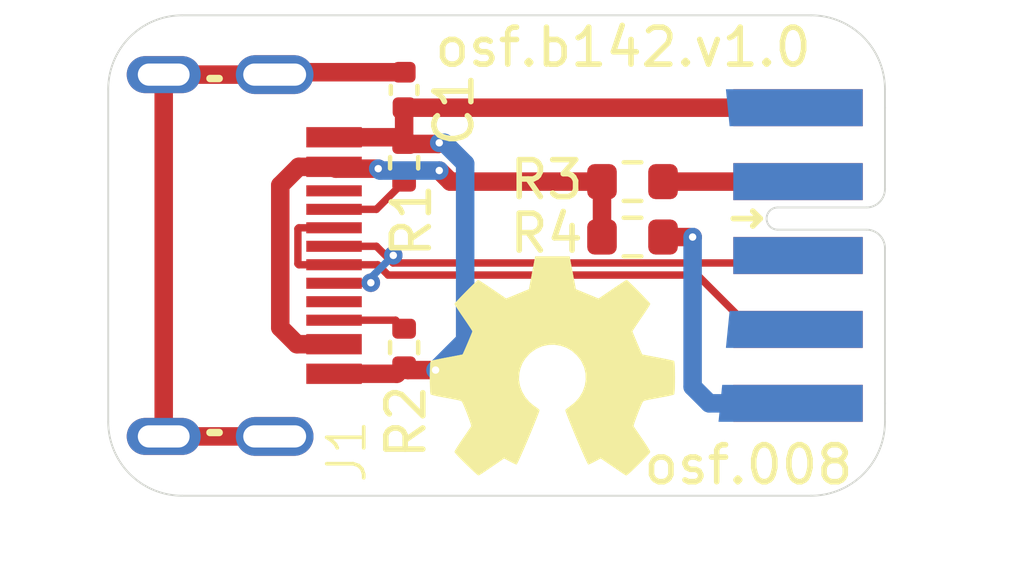
<source format=kicad_pcb>
(kicad_pcb (version 20241229) (generator "pcbnew") (generator_version "9.0")
  (layers (0 "F.Cu" signal) (2 "B.Cu" signal) (13 "F.Paste" user) (15 "B.Paste" user) (5 "F.SilkS" user "F.Silkscreen") (7 "B.SilkS" user "B.Silkscreen") (1 "F.Mask" user) (3 "B.Mask" user) (25 "Edge.Cuts" user))
  (net 0 "")
  (net 1 "Net-(C1-Pad1)")
  (net 2 "GND")
  (net 3 "/usb-c/VBUS")
  (net 4 "Net-(J1-CC1)")
  (net 5 "/usb-c/DP")
  (net 6 "/usb-c/DM")
  (net 8 "Net-(J1-CC2)")
  (net 10 "Net-(J2-VBUS)")
  (net 15 "Net-(J2-5V)")
  (footprint "Resistor_SMD:R_0603_1608Metric" (layer "F.Cu") (at 154.175 96)
    (property "Reference" "R4" (at -2.325 -0.1 0) (layer "F.SilkS"))
    (property "Value" "0R")
    (fp_line (start -0.237258 -0.5225) (end 0.237258 -0.5225) (stroke (width 0.12)) (layer "F.SilkS"))
    (fp_line (start -0.237258 0.5225) (end 0.237258 0.5225) (stroke (width 0.12)) (layer "F.SilkS"))
    (pad "1" smd roundrect (at -0.825 0) (size 0.8 0.95) (layers "F.Cu" "F.Mask" "F.Paste") (net 3 "/usb-c/VBUS"))
    (pad "2" smd roundrect (at 0.825 0) (size 0.8 0.95) (layers "F.Cu" "F.Mask" "F.Paste") (net 15 "Net-(J2-5V)"))
  )
  (footprint "Symbol:OSHW-Symbol_6.7x6mm_SilkScreen" (layer "F.Cu") (at 152 99.5)
    (property "Reference" "LOGO1" (hide yes))
    (property "Value" "Logo_Open_Hardware_Small" (hide yes))
    (fp_poly (pts (xy 0.555814 -2.531069) (xy 0.639635 -2.086445) (xy 0.94892 -1.958947) (xy 1.258206 -1.831449) (xy 1.629246 -2.083754) (xy 1.733157 -2.154004) (xy 1.827087 -2.216728) (xy 1.906652 -2.269062) (xy 1.96747 -2.308143) (xy 2.005157 -2.331107) (xy 2.015421 -2.336058) (xy 2.03391 -2.323324) (xy 2.07342 -2.288118) (xy 2.129522 -2.234938) (xy 2.197787 -2.168282) (xy 2.273786 -2.092646) (xy 2.353092 -2.012528) (xy 2.431275 -1.932426) (xy 2.503907 -1.856836) (xy 2.566559 -1.790255) (xy 2.614803 -1.737182) (xy 2.64421 -1.702113) (xy 2.651241 -1.690377) (xy 2.641123 -1.66874) (xy 2.612759 -1.621338) (xy 2.569129 -1.552807) (xy 2.513218 -1.467785) (xy 2.448006 -1.370907) (xy 2.410219 -1.31565) (xy 2.341343 -1.214752) (xy 2.28014 -1.123701) (xy 2.229578 -1.04703) (xy 2.192628 -0.989272) (xy 2.172258 -0.954957) (xy 2.169197 -0.947746) (xy 2.176136 -0.927252) (xy 2.195051 -0.879487) (xy 2.223087 -0.811168) (xy 2.257391 -0.729011) (xy 2.295109 -0.63973) (xy 2.333387 -0.550042) (xy 2.36937 -0.466662) (xy 2.400206 -0.396306) (xy 2.423039 -0.34569) (xy 2.435017 -0.321529) (xy 2.435724 -0.320578) (xy 2.454531 -0.315964) (xy 2.504618 -0.305672) (xy 2.580793 -0.290713) (xy 2.677865 -0.272099) (xy 2.790643 -0.250841) (xy 2.856442 -0.238582) (xy 2.97695 -0.215638) (xy 3.085797 -0.193805) (xy 3.177476 -0.174278) (xy 3.246481 -0.158252) (xy 3.287304 -0.146921) (xy 3.295511 -0.143326) (xy 3.303548 -0.118994) (xy 3.310033 -0.064041) (xy 3.31497 0.015108) (xy 3.318364 0.112026) (xy 3.320218 0.220287) (xy 3.320538 0.333465) (xy 3.319327 0.445135) (xy 3.31659 0.548868) (xy 3.312331 0.638241) (xy 3.306555 0.706826) (xy 3.299267 0.748197) (xy 3.294895 0.75681) (xy 3.268764 0.767133) (xy 3.213393 0.781892) (xy 3.136107 0.799352) (xy 3.04423 0.81778) (xy 3.012158 0.823741) (xy 2.857524 0.852066) (xy 2.735375 0.874876) (xy 2.641673 0.89308) (xy 2.572384 0.907583) (xy 2.523471 0.919292) (xy 2.490897 0.929115) (xy 2.470628 0.937956) (xy 2.458626 0.946724) (xy 2.456947 0.948457) (xy 2.440184 0.976371) (xy 2.414614 1.030695) (xy 2.382788 1.104777) (xy 2.34726 1.191965) (xy 2.310583 1.285608) (xy 2.275311 1.379052) (xy 2.243996 1.465647) (xy 2.219193 1.53874) (xy 2.203454 1.591678) (xy 2.199332 1.617811) (xy 2.199676 1.618726) (xy 2.213641 1.640086) (xy 2.245322 1.687084) (xy 2.291391 1.754827) (xy 2.348518 1.838423) (xy 2.413373 1.932982) (xy 2.431843 1.959854) (xy 2.497699 2.057275) (xy 2.55565 2.146163) (xy 2.602538 2.221412) (xy 2.635207 2.27792) (xy 2.6505 2.310581) (xy 2.651241 2.314593) (xy 2.638392 2.335684) (xy 2.602888 2.377464) (xy 2.549293 2.435445) (xy 2.482171 2.505135) (xy 2.406087 2.582045) (xy 2.325604 2.661683) (xy 2.245287 2.739561) (xy 2.169699 2.811186) (xy 2.103405 2.87207) (xy 2.050969 2.917721) (xy 2.016955 2.94365) (xy 2.007545 2.947883) (xy 1.985643 2.937912) (xy 1.9408 2.91102) (xy 1.880321 2.871736) (xy 1.833789 2.840117) (xy 1.749475 2.782098) (xy 1.649626 2.713784) (xy 1.549473 2.645579) (xy 1.495627 2.609075) (xy 1.313371 2.4858) (xy 1.160381 2.56852) (xy 1.090682 2.604759) (xy 1.031414 2.632926) (xy 0.991311 2.648991) (xy 0.981103 2.651226) (xy 0.968829 2.634722) (xy 0.944613 2.588082) (xy 0.910263 2.515609) (xy 0.867588 2.421606) (xy 0.818394 2.310374) (xy 0.76449 2.186215) (xy 0.707684 2.053432) (xy 0.649782 1.916327) (xy 0.592593 1.779202) (xy 0.537924 1.646358) (xy 0.487584 1.522098) (xy 0.44338 1.410725) (xy 0.407119 1.316539) (xy 0.380609 1.243844) (xy 0.365658 1.196941) (xy 0.363254 1.180833) (xy 0.382311 1.160286) (xy 0.424036 1.126933) (xy 0.479706 1.087702) (xy 0.484378 1.084599) (xy 0.628264 0.969423) (xy 0.744283 0.835053) (xy 0.83143 0.685784) (xy 0.888699 0.525913) (xy 0.915086 0.359737) (xy 0.909585 0.191552) (xy 0.87119 0.025655) (xy 0.798895 -0.133658) (xy 0.777626 -0.168513) (xy 0.666996 -0.309263) (xy 0.536302 -0.422286) (xy 0.390064 -0.506997) (xy 0.232808 -0.562806) (xy 0.069057 -0.589126) (xy -0.096667 -0.58537) (xy -0.259838 -0.55095) (xy -0.415935 -0.485277) (xy -0.560433 -0.387765) (xy -0.605131 -0.348187) (xy -0.718888 -0.224297) (xy -0.801782 -0.093876) (xy -0.858644 0.052315) (xy -0.890313 0.197088) (xy -0.898131 0.35986) (xy -0.872062 0.52344) (xy -0.814755 0.682298) (xy -0.728856 0.830906) (xy -0.617014 0.963735) (xy -0.481877 1.075256) (xy -0.464117 1.087011) (xy -0.40785 1.125508) (xy -0.365077 1.158863) (xy -0.344628 1.18016) (xy -0.344331 1.180833) (xy -0.348721 1.203871) (xy -0.366124 1.256157) (xy -0.394732 1.33339) (xy -0.432735 1.431268) (xy -0.478326 1.545491) (xy -0.529697 1.671758) (xy -0.585038 1.805767) (xy -0.642542 1.943218) (xy -0.700399 2.079808) (xy -0.756802 2.211237) (xy -0.809942 2.333205) (xy -0.85801 2.441409) (xy -0.899199 2.531549) (xy -0.931699 2.599323) (xy -0.953703 2.64043) (xy -0.962564 2.651226) (xy -0.98964 2.642819) (xy -1.040303 2.620272) (xy -1.105817 2.587613) (xy -1.141841 2.56852) (xy -1.294832 2.4858) (xy -1.477088 2.609075) (xy -1.570125 2.672228) (xy -1.671985 2.741727) (xy -1.767438 2.807165) (xy -1.81525 2.840117) (xy -1.882495 2.885273) (xy -1.939436 2.921057) (xy -1.978646 2.942938) (xy -1.991381 2.947563) (xy -2.009917 2.935085) (xy -2.050941 2.900252) (xy -2.110475 2.846678) (xy -2.184542 2.777983) (xy -2.269165 2.697781) (xy -2.322685 2.646286) (xy -2.416319 2.554286) (xy -2.497241 2.471999) (xy -2.562177 2.402945) (xy -2.607858 2.350644) (xy -2.631011 2.318616) (xy -2.633232 2.312116) (xy -2.622924 2.287394) (xy -2.594439 2.237405) (xy -2.550937 2.167212) (xy -2.495577 2.081875) (xy -2.43152 1.986456) (xy -2.413303 1.959854) (xy -2.346927 1.863167) (xy -2.287378 1.776117) (xy -2.237984 1.703595) (xy -2.202075 1.650493) (xy -2.182981 1.621703) (xy -2.181136 1.618726) (xy -2.183895 1.595782) (xy -2.198538 1.545336) (xy -2.222513 1.474041) (xy -2.253266 1.388547) (xy -2.288244 1.295507) (xy -2.324893 1.201574) (xy -2.360661 1.113399) (xy -2.392994 1.037634) (xy -2.419338 0.980931) (xy -2.437142 0.949943) (xy -2.438407 0.948457) (xy -2.449294 0.939601) (xy -2.467682 0.930843) (xy -2.497606 0.921277) (xy -2.543103 0.909996) (xy -2.608209 0.896093) (xy -2.696961 0.878663) (xy -2.813393 0.856798) (xy -2.961542 0.829591) (xy -2.993618 0.823741) (xy -3.088686 0.805374) (xy -3.171565 0.787405) (xy -3.23493 0.771569) (xy -3.271458 0.7596) (xy -3.276356 0.75681) (xy -3.284427 0.732072) (xy -3.290987 0.67679) (xy -3.296033 0.597389) (xy -3.299559 0.500296) (xy -3.301561 0.391938) (xy -3.302036 0.27874) (xy -3.300977 0.167128) (xy -3.298382 0.063529) (xy -3.294246 -0.025632) (xy -3.288563 -0.093928) (xy -3.281331 -0.134934) (xy -3.276971 -0.143326) (xy -3.252698 -0.151792) (xy -3.197426 -0.165565) (xy -3.116662 -0.18345) (xy -3.015912 -0.204252) (xy -2.900683 -0.226777) (xy -2.837902 -0.238582) (xy -2.718787 -0.260849) (xy -2.612565 -0.281021) (xy -2.524427 -0.298085) (xy -2.459566 -0.311031) (xy -2.423174 -0.318845) (xy -2.417184 -0.320578) (xy -2.407061 -0.34011) (xy -2.385662 -0.387157) (xy -2.355839 -0.454997) (xy -2.320445 -0.536909) (xy -2.282332 -0.626172) (xy -2.244353 -0.716065) (xy -2.20936 -0.799865) (xy -2.180206 -0.870853) (xy -2.159743 -0.922306) (xy -2.150823 -0.947503) (xy -2.150657 -0.948604) (xy -2.160769 -0.968481) (xy -2.189117 -1.014223) (xy -2.232723 -1.081283) (xy -2.288606 -1.165116) (xy -2.353787 -1.261174) (xy -2.391679 -1.31635) (xy -2.460725 -1.417519) (xy -2.52205 -1.50937) (xy -2.572663 -1.587256) (xy -2.609571 -1.646531) (xy -2.629782 -1.682549) (xy -2.632701 -1.690623) (xy -2.620153 -1.709416) (xy -2.585463 -1.749543) (xy -2.533063 -1.806507) (xy -2.467384 -1.875815) (xy -2.392856 -1.952969) (xy -2.313913 -2.033475) (xy -2.234983 -2.112837) (xy -2.1605 -2.18656) (xy -2.094894 -2.250148) (xy -2.042596 -2.299106) (xy -2.008039 -2.328939) (xy -1.996478 -2.336058) (xy -1.977654 -2.326047) (xy -1.932631 -2.297922) (xy -1.865787 -2.254546) (xy -1.781499 -2.198782) (xy -1.684144 -2.133494) (xy -1.610707 -2.083754) (xy -1.239667 -1.831449) (xy -0.621095 -2.086445) (xy -0.537275 -2.531069) (xy -0.453454 -2.975693) (xy 0.471994 -2.975693) (xy 0.555814 -2.531069)) (stroke (width 0.01)) (fill yes) (layer "F.SilkS"))
  )
  (footprint "Resistor_SMD:R_0402_1005Metric" (layer "F.Cu") (at 148 98.99 -90)
    (property "Reference" "R2" (at 2.01 -0.05 90) (layer "F.SilkS"))
    (property "Value" "5.1k")
    (fp_line (start -0.153641 0.38) (end 0.153641 0.38) (stroke (width 0.12)) (layer "F.SilkS"))
    (fp_line (start -0.153641 -0.38) (end 0.153641 -0.38) (stroke (width 0.12)) (layer "F.SilkS"))
    (pad "1" smd roundrect (at -0.51 0 270) (size 0.54 0.64) (layers "F.Cu" "F.Mask" "F.Paste") (net 8 "Net-(J1-CC2)"))
    (pad "2" smd roundrect (at 0.51 0 270) (size 0.54 0.64) (layers "F.Cu" "F.Mask" "F.Paste") (net 2 "GND"))
  )
  (footprint "on_edge:on_edge_2x05_host" (layer "F.Cu") (at 161 96.5 -90)
    (property "Reference" "J2")
    (property "Value" "008_USB")
    (fp_line (start -1 4.1) (end -1 3.373) (stroke (width 0.153)) (layer "F.SilkS"))
    (fp_line (start -0.8 3.573) (end -1 3.373) (stroke (width 0.153)) (layer "F.SilkS"))
    (fp_line (start -1 3.373) (end -1.2 3.573) (stroke (width 0.153)) (layer "F.SilkS"))
    (fp_line (start -0.7 2.9) (end -0.7 0.5) (stroke (width 0.05)) (layer "Edge.Cuts"))
    (fp_line (start -1.3 0.5) (end -1.3 2.9) (stroke (width 0.05)) (layer "Edge.Cuts"))
    (fp_line (start -4 0) (end -1.8 0) (stroke (width 0.05)) (layer "Edge.Cuts"))
    (fp_line (start -0.2 0) (end 4 0) (stroke (width 0.05)) (layer "Edge.Cuts"))
    (fp_arc (start -0.7 2.9) (mid -1 3.2) (end -1.3 2.9) (stroke (width 0.05)) (layer "Edge.Cuts"))
    (fp_arc (start -0.7 0.5) (mid -0.553553 0.146447) (end -0.2 0) (stroke (width 0.05)) (layer "Edge.Cuts"))
    (fp_arc (start -1.8 0) (mid -1.446447 0.146447) (end -1.3 0.5) (stroke (width 0.05)) (layer "Edge.Cuts"))
    (pad "1" smd rect (at -4 2.35 270) (size 1 3.5) (layers "F.Cu" "F.Mask") (net 2 "GND"))
    (pad "2" smd rect (at -2 2.35 270) (size 1 3.5) (layers "F.Cu" "F.Mask") (net 10 "Net-(J2-VBUS)"))
    (pad "3" smd rect (at 0 2.35 270) (size 1 3.5) (layers "F.Cu" "F.Mask") (net 5 "/usb-c/DP"))
    (pad "4" smd rect (at 2 2.35 270) (size 1 3.5) (layers "F.Cu" "F.Mask") (net 6 "/usb-c/DM"))
    (pad "5" smd rect (at 4 2.35 270) (size 1 3.5) (layers "F.Cu" "F.Mask"))
    (pad "6" smd custom (at -4 2.4 90) (size 1 3.6) (layers "B.Cu" "B.Mask") (options (clearance outline) (anchor rect)) (primitives (gr_poly (pts (xy 0.5 -1.8) (xy -0.5 -1.8) (xy 0.5 -1.9)) (width 0) (fill yes))))
    (pad "7" smd rect (at -2 2.35 90) (size 1 3.5) (layers "B.Cu" "B.Mask"))
    (pad "8" smd rect (at 0 2.35 90) (size 1 3.5) (layers "B.Cu" "B.Mask"))
    (pad "9" smd custom (at 2 2.4 90) (size 1 3.6) (layers "B.Cu" "B.Mask") (options (clearance outline) (anchor rect)) (primitives (gr_poly (pts (xy 0.5 -1.8) (xy -0.5 -1.8) (xy -0.5 -1.9)) (width 0) (fill yes))))
    (pad "10" smd custom (at 4 2.5 90) (size 1 3.8) (layers "B.Cu" "B.Mask") (net 15 "Net-(J2-5V)") (options (clearance outline) (anchor rect)) (primitives (gr_poly (pts (xy 0.5 -1.9) (xy -0.5 -1.9) (xy -0.5 -2)) (width 0) (fill yes))))
  )
  (footprint "Capacitor_SMD:C_0402_1005Metric" (layer "F.Cu") (at 148 92.02 -90)
    (property "Reference" "C1" (at 0.53 -1.35 90) (layer "F.SilkS"))
    (property "Value" "100pF")
    (fp_line (start -0.107836 0.36) (end 0.107836 0.36) (stroke (width 0.12)) (layer "F.SilkS"))
    (fp_line (start -0.107836 -0.36) (end 0.107836 -0.36) (stroke (width 0.12)) (layer "F.SilkS"))
    (pad "1" smd roundrect (at -0.48 0 270) (size 0.56 0.62) (layers "F.Cu" "F.Mask" "F.Paste") (net 1 "Net-(C1-Pad1)"))
    (pad "2" smd roundrect (at 0.48 0 270) (size 0.56 0.62) (layers "F.Cu" "F.Mask" "F.Paste") (net 2 "GND"))
  )
  (footprint "Resistor_SMD:R_0402_1005Metric" (layer "F.Cu") (at 148 93.99 90)
    (property "Reference" "R1" (at -1.56 0.2 90) (layer "F.SilkS"))
    (property "Value" "5.1k")
    (fp_line (start -0.153641 -0.38) (end 0.153641 -0.38) (stroke (width 0.12)) (layer "F.SilkS"))
    (fp_line (start -0.153641 0.38) (end 0.153641 0.38) (stroke (width 0.12)) (layer "F.SilkS"))
    (pad "1" smd roundrect (at -0.51 0 90) (size 0.54 0.64) (layers "F.Cu" "F.Mask" "F.Paste") (net 4 "Net-(J1-CC1)"))
    (pad "2" smd roundrect (at 0.51 0 90) (size 0.54 0.64) (layers "F.Cu" "F.Mask" "F.Paste") (net 2 "GND"))
  )
  (footprint "b142:TYPE-C 16PFS 4J-H7.05 IPX6" (layer "F.Cu") (at 143 96.5 -90)
    (property "Reference" "J1" (at 5.3 -3.45 90) (layer "F.SilkS") (effects (font (thickness 0.1))))
    (property "Value" "C3020043")
    (fp_line (start -4.79 0) (end -4.79 0.25) (stroke (width 0.2)) (layer "F.SilkS"))
    (fp_line (start 4.79 0) (end 4.79 0.25) (stroke (width 0.2)) (layer "F.SilkS"))
    (pad "" np_thru_hole circle (at -3.25 -1.4 270) (size 1 1) (drill 1) (layers "*.Cu" "*.Mask"))
    (pad "" np_thru_hole circle (at 3.25 -1.4 270) (size 1 1) (drill 1) (layers "*.Cu" "*.Mask"))
    (pad "A1/B12" smd rect (at -3.2 -3.105 270) (size 0.55 1.5) (layers "F.Cu" "F.Mask" "F.Paste") (net 2 "GND"))
    (pad "A4/B9" smd rect (at -2.4 -3.105 270) (size 0.55 1.5) (layers "F.Cu" "F.Mask" "F.Paste") (net 3 "/usb-c/VBUS"))
    (pad "A5" smd rect (at -1.25 -3.105 270) (size 0.3 1.5) (layers "F.Cu" "F.Mask" "F.Paste") (net 4 "Net-(J1-CC1)"))
    (pad "A6" smd rect (at -0.25 -3.105 270) (size 0.3 1.5) (layers "F.Cu" "F.Mask" "F.Paste") (net 5 "/usb-c/DP"))
    (pad "A7" smd rect (at 0.25 -3.105 270) (size 0.3 1.5) (layers "F.Cu" "F.Mask" "F.Paste") (net 6 "/usb-c/DM"))
    (pad "A8" smd rect (at 1.25 -3.105 270) (size 0.3 1.5) (layers "F.Cu" "F.Mask" "F.Paste"))
    (pad "B1/A12" smd rect (at 3.2 -3.105 270) (size 0.55 1.5) (layers "F.Cu" "F.Mask" "F.Paste") (net 2 "GND"))
    (pad "B4/A9" smd rect (at 2.4 -3.105 270) (size 0.55 1.5) (layers "F.Cu" "F.Mask" "F.Paste") (net 3 "/usb-c/VBUS"))
    (pad "B5" smd rect (at 1.75 -3.105 270) (size 0.3 1.5) (layers "F.Cu" "F.Mask" "F.Paste") (net 8 "Net-(J1-CC2)"))
    (pad "B6" smd rect (at 0.75 -3.105 270) (size 0.3 1.5) (layers "F.Cu" "F.Mask" "F.Paste") (net 5 "/usb-c/DP"))
    (pad "B7" smd rect (at -0.75 -3.105 270) (size 0.3 1.5) (layers "F.Cu" "F.Mask" "F.Paste") (net 6 "/usb-c/DM"))
    (pad "B8" smd rect (at -1.75 -3.105 270) (size 0.3 1.5) (layers "F.Cu" "F.Mask" "F.Paste"))
    (pad "G1" thru_hole oval (at -4.895 1.5 270) (size 1 2) (drill oval 0.6 1.4) (layers "*.Cu" "*.Mask") (net 1 "Net-(C1-Pad1)"))
    (pad "G2" thru_hole oval (at 4.895 1.5 270) (size 1 2) (drill oval 0.6 1.4) (layers "*.Cu" "*.Mask") (net 1 "Net-(C1-Pad1)"))
    (pad "G3" thru_hole oval (at -4.895 -1.5 270) (size 1.05 2.1) (drill oval 0.6 1.7) (layers "*.Cu" "*.Mask") (net 1 "Net-(C1-Pad1)"))
    (pad "G4" thru_hole oval (at 4.895 -1.5 270) (size 1.05 2.1) (drill oval 0.6 1.7) (layers "*.Cu" "*.Mask") (net 1 "Net-(C1-Pad1)"))
  )
  (footprint "Resistor_SMD:R_0603_1608Metric" (layer "F.Cu") (at 154.175 94.5)
    (property "Reference" "R3" (at -2.325 -0.05 0) (layer "F.SilkS"))
    (property "Value" "0R")
    (fp_line (start -0.237258 -0.5225) (end 0.237258 -0.5225) (stroke (width 0.12)) (layer "F.SilkS"))
    (fp_line (start -0.237258 0.5225) (end 0.237258 0.5225) (stroke (width 0.12)) (layer "F.SilkS"))
    (pad "1" smd roundrect (at -0.825 0) (size 0.8 0.95) (layers "F.Cu" "F.Mask" "F.Paste") (net 3 "/usb-c/VBUS"))
    (pad "2" smd roundrect (at 0.825 0) (size 0.8 0.95) (layers "F.Cu" "F.Mask" "F.Paste") (net 10 "Net-(J2-VBUS)"))
  )
  (gr_line (start 161 100.5) (end 161 101) (stroke (width 0.05)) (layer "Edge.Cuts"))
  (gr_line (start 142 90) (end 159 90) (stroke (width 0.05)) (layer "Edge.Cuts"))
  (gr_arc (start 161 101) (mid 160.414214 102.414214) (end 159 103) (stroke (width 0.05)) (layer "Edge.Cuts"))
  (gr_line (start 159 103) (end 142 103) (stroke (width 0.05)) (layer "Edge.Cuts"))
  (gr_arc (start 159 90) (mid 160.414214 90.585786) (end 161 92) (stroke (width 0.05)) (layer "Edge.Cuts"))
  (gr_arc (start 142 103) (mid 140.585786 102.414214) (end 140 101) (stroke (width 0.05)) (layer "Edge.Cuts"))
  (gr_line (start 161 92.5) (end 161 92) (stroke (width 0.05)) (layer "Edge.Cuts"))
  (gr_line (start 140 101) (end 140 92) (stroke (width 0.05)) (layer "Edge.Cuts"))
  (gr_arc (start 140 92) (mid 140.585786 90.585786) (end 142 90) (stroke (width 0.05)) (layer "Edge.Cuts"))
  (gr_text "osf.b142.v1.0" (at 148.75 91.45 0) (layer "F.SilkS") (effects (font (size 1 1)) (justify left bottom)))
  (gr_text "osf.008" (at 154.4 102.75 0) (layer "F.SilkS") (effects (font (size 1 1)) (justify left bottom)))
  (segment (start 144.5 91.605) (end 141.5 91.605) (width 0.5) (layer "F.Cu") (net 1))
  (segment (start 144.565 91.54) (end 144.5 91.605) (width 0.5) (layer "F.Cu") (net 1))
  (segment (start 141.5 91.605) (end 141.5 101.395) (width 0.5) (layer "F.Cu") (net 1))
  (segment (start 148 91.54) (end 144.565 91.54) (width 0.5) (layer "F.Cu") (net 1))
  (segment (start 141.5 101.395) (end 144.5 101.395) (width 0.5) (layer "F.Cu") (net 1))
  (segment (start 147.82 93.3) (end 148 93.48) (width 0.5) (layer "F.Cu") (net 2))
  (segment (start 146.105 99.7) (end 147.8 99.7) (width 0.5) (layer "F.Cu") (net 2))
  (segment (start 148 92.5) (end 148 93.48) (width 0.5) (layer "F.Cu") (net 2))
  (segment (start 148 93.48) (end 148.92 93.48) (width 0.5) (layer "F.Cu") (net 2))
  (segment (start 148.85 99.6) (end 148.1 99.6) (width 0.5) (layer "F.Cu") (net 2))
  (segment (start 146.105 93.3) (end 147.82 93.3) (width 0.5) (layer "F.Cu") (net 2))
  (segment (start 158.65 92.5) (end 148 92.5) (width 0.5) (layer "F.Cu") (net 2))
  (segment (start 147.8 99.7) (end 148 99.5) (width 0.5) (layer "F.Cu") (net 2))
  (segment (start 148.1 99.6) (end 148 99.5) (width 0.5) (layer "F.Cu") (net 2))
  (segment (start 148.92 93.48) (end 148.95 93.45) (width 0.5) (layer "F.Cu") (net 2))
  (via (at 148.95 93.45) (size 0.5) (drill 0.2) (layers "F.Cu" "B.Cu") (net 2))
  (via (at 148.85 99.6) (size 0.5) (drill 0.2) (layers "F.Cu" "B.Cu") (net 2))
  (segment (start 148.95 93.45) (end 149.086712 93.45) (width 0.5) (layer "B.Cu") (net 2))
  (segment (start 149.65 98.8) (end 148.85 99.6) (width 0.5) (layer "B.Cu") (net 2))
  (segment (start 149.086712 93.45) (end 149.65 94.013288) (width 0.5) (layer "B.Cu") (net 2))
  (segment (start 149.65 94.013288) (end 149.65 98.8) (width 0.5) (layer "B.Cu") (net 2))
  (segment (start 153.35 94.5) (end 149.25 94.5) (width 0.5) (layer "F.Cu") (net 3))
  (segment (start 146.105 98.9) (end 145.101 98.9) (width 0.5) (layer "F.Cu") (net 3))
  (segment (start 146.155 94.15) (end 146.105 94.1) (width 0.5) (layer "F.Cu") (net 3))
  (segment (start 145.15 94.1) (end 146.105 94.1) (width 0.5) (layer "F.Cu") (net 3))
  (segment (start 145.101 98.9) (end 144.651 98.45) (width 0.5) (layer "F.Cu") (net 3))
  (segment (start 144.651 94.599) (end 145.15 94.1) (width 0.5) (layer "F.Cu") (net 3))
  (segment (start 144.651 98.45) (end 144.651 94.599) (width 0.5) (layer "F.Cu") (net 3))
  (segment (start 153.35 96) (end 153.35 94.5) (width 0.5) (layer "F.Cu") (net 3))
  (segment (start 149.25 94.5) (end 148.95 94.2) (width 0.5) (layer "F.Cu") (net 3))
  (segment (start 147.3 94.15) (end 146.155 94.15) (width 0.5) (layer "F.Cu") (net 3))
  (via (at 147.3 94.15) (size 0.5) (drill 0.2) (layers "F.Cu" "B.Cu") (net 3))
  (via (at 148.95 94.2) (size 0.5) (drill 0.2) (layers "F.Cu" "B.Cu") (net 3))
  (segment (start 148.95 94.2) (end 147.35 94.2) (width 0.5) (layer "B.Cu") (net 3))
  (segment (start 147.35 94.2) (end 147.3 94.15) (width 0.5) (layer "B.Cu") (net 3))
  (segment (start 147.25 95.25) (end 148 94.5) (width 0.2) (layer "F.Cu") (net 4))
  (segment (start 146.105 95.25) (end 147.25 95.25) (width 0.2) (layer "F.Cu") (net 4))
  (segment (start 147.085704 97.25) (end 147.099691 97.236013) (width 0.2) (layer "F.Cu") (net 5))
  (segment (start 158.448 96.702) (end 147.702 96.702) (width 0.2) (layer "F.Cu") (net 5))
  (segment (start 146.105 97.25) (end 147.085704 97.25) (width 0.2) (layer "F.Cu") (net 5))
  (segment (start 158.65 96.5) (end 158.448 96.702) (width 0.2) (layer "F.Cu") (net 5))
  (segment (start 147.25 96.25) (end 146.105 96.25) (width 0.2) (layer "F.Cu") (net 5))
  (segment (start 147.702 96.702) (end 147.25 96.25) (width 0.2) (layer "F.Cu") (net 5))
  (via (at 147.099691 97.236013) (size 0.5) (drill 0.2) (layers "F.Cu" "B.Cu") (net 5))
  (via (at 147.706963 96.495537) (size 0.5) (drill 0.2) (layers "F.Cu" "B.Cu") (net 5))
  (segment (start 147.099691 97.102809) (end 147.706963 96.495537) (width 0.2) (layer "B.Cu") (net 5))
  (segment (start 147.099691 97.236013) (end 147.099691 97.102809) (width 0.2) (layer "B.Cu") (net 5))
  (segment (start 147.566552 97.029) (end 155.929 97.029) (width 0.2) (layer "F.Cu") (net 6))
  (segment (start 146.105 96.75) (end 147.287552 96.75) (width 0.2) (layer "F.Cu") (net 6))
  (segment (start 157.4 98.5) (end 158.65 98.5) (width 0.2) (layer "F.Cu") (net 6))
  (segment (start 145.128 95.777) (end 145.128 96.723) (width 0.2) (layer "F.Cu") (net 6))
  (segment (start 155.929 97.029) (end 157.4 98.5) (width 0.2) (layer "F.Cu") (net 6))
  (segment (start 145.128 96.723) (end 145.155 96.75) (width 0.2) (layer "F.Cu") (net 6))
  (segment (start 147.287552 96.75) (end 147.566552 97.029) (width 0.2) (layer "F.Cu") (net 6))
  (segment (start 145.155 95.75) (end 145.128 95.777) (width 0.2) (layer "F.Cu") (net 6))
  (segment (start 146.105 95.75) (end 145.155 95.75) (width 0.2) (layer "F.Cu") (net 6))
  (segment (start 145.155 96.75) (end 146.105 96.75) (width 0.2) (layer "F.Cu") (net 6))
  (segment (start 147.77 98.25) (end 148 98.48) (width 0.2) (layer "F.Cu") (net 8))
  (segment (start 146.105 98.25) (end 147.77 98.25) (width 0.2) (layer "F.Cu") (net 8))
  (segment (start 155 94.5) (end 158.65 94.5) (width 0.5) (layer "F.Cu") (net 10))
  (segment (start 155 96) (end 155.8 96) (width 0.5) (layer "F.Cu") (net 15))
  (via (at 155.8 96) (size 0.5) (drill 0.2) (layers "F.Cu" "B.Cu") (net 15))
  (segment (start 155.8 100.05) (end 156.25 100.5) (width 0.5) (layer "B.Cu") (net 15))
  (segment (start 155.8 96) (end 155.8 100.05) (width 0.5) (layer "B.Cu") (net 15))
  (segment (start 156.25 100.5) (end 158.5 100.5) (width 0.5) (layer "B.Cu") (net 15))
)
</source>
